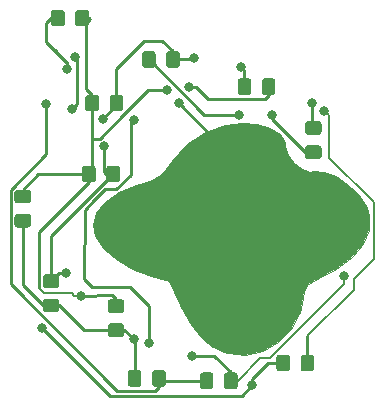
<source format=gtl>
G04 #@! TF.GenerationSoftware,KiCad,Pcbnew,(5.1.5)-3*
G04 #@! TF.CreationDate,2020-05-11T16:08:06-04:00*
G04 #@! TF.ProjectId,charlieplex,63686172-6c69-4657-906c-65782e6b6963,rev?*
G04 #@! TF.SameCoordinates,Original*
G04 #@! TF.FileFunction,Copper,L1,Top*
G04 #@! TF.FilePolarity,Positive*
%FSLAX46Y46*%
G04 Gerber Fmt 4.6, Leading zero omitted, Abs format (unit mm)*
G04 Created by KiCad (PCBNEW (5.1.5)-3) date 2020-05-11 16:08:06*
%MOMM*%
%LPD*%
G04 APERTURE LIST*
%ADD10C,0.010000*%
%ADD11C,0.100000*%
%ADD12C,0.800000*%
%ADD13C,0.250000*%
%ADD14C,0.200000*%
G04 APERTURE END LIST*
D10*
G36*
X195833939Y-105292453D02*
G01*
X196936859Y-105624078D01*
X197758643Y-106141093D01*
X198198574Y-106807645D01*
X198245263Y-107129269D01*
X198451577Y-107873670D01*
X198970738Y-108576024D01*
X199653078Y-109096348D01*
X200348927Y-109294660D01*
X200535322Y-109271096D01*
X201476037Y-109284931D01*
X202524040Y-109689236D01*
X203559533Y-110390361D01*
X204462712Y-111294656D01*
X205113778Y-112308469D01*
X205356663Y-113040026D01*
X205313682Y-114202016D01*
X204795033Y-115379356D01*
X203854102Y-116509645D01*
X202544274Y-117530482D01*
X200918936Y-118379465D01*
X200718421Y-118461580D01*
X200060793Y-118857111D01*
X199849857Y-119381404D01*
X199849474Y-119410401D01*
X199761316Y-120031789D01*
X199540182Y-120870484D01*
X199438035Y-121178911D01*
X198685818Y-122619414D01*
X197609595Y-123738479D01*
X196302581Y-124486764D01*
X194857995Y-124814926D01*
X193369053Y-124673623D01*
X193031579Y-124570038D01*
X191906663Y-124035139D01*
X190970210Y-123240293D01*
X190131787Y-122090194D01*
X189439206Y-120784250D01*
X188383341Y-118571998D01*
X186830618Y-118138783D01*
X185239028Y-117541568D01*
X183876680Y-116733179D01*
X182820834Y-115781945D01*
X182148752Y-114756192D01*
X181935790Y-113810000D01*
X182195359Y-112777331D01*
X182952129Y-111842955D01*
X184173192Y-111034961D01*
X185825640Y-110381437D01*
X186020266Y-110323663D01*
X186927257Y-110016606D01*
X187576112Y-109635879D01*
X188164602Y-109038037D01*
X188638126Y-108424938D01*
X189917650Y-106975074D01*
X191307552Y-105987731D01*
X192913921Y-105390708D01*
X193187555Y-105328791D01*
X194550598Y-105182073D01*
X195833939Y-105292453D01*
G37*
X195833939Y-105292453D02*
X196936859Y-105624078D01*
X197758643Y-106141093D01*
X198198574Y-106807645D01*
X198245263Y-107129269D01*
X198451577Y-107873670D01*
X198970738Y-108576024D01*
X199653078Y-109096348D01*
X200348927Y-109294660D01*
X200535322Y-109271096D01*
X201476037Y-109284931D01*
X202524040Y-109689236D01*
X203559533Y-110390361D01*
X204462712Y-111294656D01*
X205113778Y-112308469D01*
X205356663Y-113040026D01*
X205313682Y-114202016D01*
X204795033Y-115379356D01*
X203854102Y-116509645D01*
X202544274Y-117530482D01*
X200918936Y-118379465D01*
X200718421Y-118461580D01*
X200060793Y-118857111D01*
X199849857Y-119381404D01*
X199849474Y-119410401D01*
X199761316Y-120031789D01*
X199540182Y-120870484D01*
X199438035Y-121178911D01*
X198685818Y-122619414D01*
X197609595Y-123738479D01*
X196302581Y-124486764D01*
X194857995Y-124814926D01*
X193369053Y-124673623D01*
X193031579Y-124570038D01*
X191906663Y-124035139D01*
X190970210Y-123240293D01*
X190131787Y-122090194D01*
X189439206Y-120784250D01*
X188383341Y-118571998D01*
X186830618Y-118138783D01*
X185239028Y-117541568D01*
X183876680Y-116733179D01*
X182820834Y-115781945D01*
X182148752Y-114756192D01*
X181935790Y-113810000D01*
X182195359Y-112777331D01*
X182952129Y-111842955D01*
X184173192Y-111034961D01*
X185825640Y-110381437D01*
X186020266Y-110323663D01*
X186927257Y-110016606D01*
X187576112Y-109635879D01*
X188164602Y-109038037D01*
X188638126Y-108424938D01*
X189917650Y-106975074D01*
X191307552Y-105987731D01*
X192913921Y-105390708D01*
X193187555Y-105328791D01*
X194550598Y-105182073D01*
X195833939Y-105292453D01*
G04 #@! TA.AperFunction,SMDPad,CuDef*
D11*
G36*
X181374505Y-95601204D02*
G01*
X181398773Y-95604804D01*
X181422572Y-95610765D01*
X181445671Y-95619030D01*
X181467850Y-95629520D01*
X181488893Y-95642132D01*
X181508599Y-95656747D01*
X181526777Y-95673223D01*
X181543253Y-95691401D01*
X181557868Y-95711107D01*
X181570480Y-95732150D01*
X181580970Y-95754329D01*
X181589235Y-95777428D01*
X181595196Y-95801227D01*
X181598796Y-95825495D01*
X181600000Y-95849999D01*
X181600000Y-96750001D01*
X181598796Y-96774505D01*
X181595196Y-96798773D01*
X181589235Y-96822572D01*
X181580970Y-96845671D01*
X181570480Y-96867850D01*
X181557868Y-96888893D01*
X181543253Y-96908599D01*
X181526777Y-96926777D01*
X181508599Y-96943253D01*
X181488893Y-96957868D01*
X181467850Y-96970480D01*
X181445671Y-96980970D01*
X181422572Y-96989235D01*
X181398773Y-96995196D01*
X181374505Y-96998796D01*
X181350001Y-97000000D01*
X180699999Y-97000000D01*
X180675495Y-96998796D01*
X180651227Y-96995196D01*
X180627428Y-96989235D01*
X180604329Y-96980970D01*
X180582150Y-96970480D01*
X180561107Y-96957868D01*
X180541401Y-96943253D01*
X180523223Y-96926777D01*
X180506747Y-96908599D01*
X180492132Y-96888893D01*
X180479520Y-96867850D01*
X180469030Y-96845671D01*
X180460765Y-96822572D01*
X180454804Y-96798773D01*
X180451204Y-96774505D01*
X180450000Y-96750001D01*
X180450000Y-95849999D01*
X180451204Y-95825495D01*
X180454804Y-95801227D01*
X180460765Y-95777428D01*
X180469030Y-95754329D01*
X180479520Y-95732150D01*
X180492132Y-95711107D01*
X180506747Y-95691401D01*
X180523223Y-95673223D01*
X180541401Y-95656747D01*
X180561107Y-95642132D01*
X180582150Y-95629520D01*
X180604329Y-95619030D01*
X180627428Y-95610765D01*
X180651227Y-95604804D01*
X180675495Y-95601204D01*
X180699999Y-95600000D01*
X181350001Y-95600000D01*
X181374505Y-95601204D01*
G37*
G04 #@! TD.AperFunction*
G04 #@! TA.AperFunction,SMDPad,CuDef*
G36*
X179324505Y-95601204D02*
G01*
X179348773Y-95604804D01*
X179372572Y-95610765D01*
X179395671Y-95619030D01*
X179417850Y-95629520D01*
X179438893Y-95642132D01*
X179458599Y-95656747D01*
X179476777Y-95673223D01*
X179493253Y-95691401D01*
X179507868Y-95711107D01*
X179520480Y-95732150D01*
X179530970Y-95754329D01*
X179539235Y-95777428D01*
X179545196Y-95801227D01*
X179548796Y-95825495D01*
X179550000Y-95849999D01*
X179550000Y-96750001D01*
X179548796Y-96774505D01*
X179545196Y-96798773D01*
X179539235Y-96822572D01*
X179530970Y-96845671D01*
X179520480Y-96867850D01*
X179507868Y-96888893D01*
X179493253Y-96908599D01*
X179476777Y-96926777D01*
X179458599Y-96943253D01*
X179438893Y-96957868D01*
X179417850Y-96970480D01*
X179395671Y-96980970D01*
X179372572Y-96989235D01*
X179348773Y-96995196D01*
X179324505Y-96998796D01*
X179300001Y-97000000D01*
X178649999Y-97000000D01*
X178625495Y-96998796D01*
X178601227Y-96995196D01*
X178577428Y-96989235D01*
X178554329Y-96980970D01*
X178532150Y-96970480D01*
X178511107Y-96957868D01*
X178491401Y-96943253D01*
X178473223Y-96926777D01*
X178456747Y-96908599D01*
X178442132Y-96888893D01*
X178429520Y-96867850D01*
X178419030Y-96845671D01*
X178410765Y-96822572D01*
X178404804Y-96798773D01*
X178401204Y-96774505D01*
X178400000Y-96750001D01*
X178400000Y-95849999D01*
X178401204Y-95825495D01*
X178404804Y-95801227D01*
X178410765Y-95777428D01*
X178419030Y-95754329D01*
X178429520Y-95732150D01*
X178442132Y-95711107D01*
X178456747Y-95691401D01*
X178473223Y-95673223D01*
X178491401Y-95656747D01*
X178511107Y-95642132D01*
X178532150Y-95629520D01*
X178554329Y-95619030D01*
X178577428Y-95610765D01*
X178601227Y-95604804D01*
X178625495Y-95601204D01*
X178649999Y-95600000D01*
X179300001Y-95600000D01*
X179324505Y-95601204D01*
G37*
G04 #@! TD.AperFunction*
G04 #@! TA.AperFunction,SMDPad,CuDef*
G36*
X193974505Y-126301204D02*
G01*
X193998773Y-126304804D01*
X194022572Y-126310765D01*
X194045671Y-126319030D01*
X194067850Y-126329520D01*
X194088893Y-126342132D01*
X194108599Y-126356747D01*
X194126777Y-126373223D01*
X194143253Y-126391401D01*
X194157868Y-126411107D01*
X194170480Y-126432150D01*
X194180970Y-126454329D01*
X194189235Y-126477428D01*
X194195196Y-126501227D01*
X194198796Y-126525495D01*
X194200000Y-126549999D01*
X194200000Y-127450001D01*
X194198796Y-127474505D01*
X194195196Y-127498773D01*
X194189235Y-127522572D01*
X194180970Y-127545671D01*
X194170480Y-127567850D01*
X194157868Y-127588893D01*
X194143253Y-127608599D01*
X194126777Y-127626777D01*
X194108599Y-127643253D01*
X194088893Y-127657868D01*
X194067850Y-127670480D01*
X194045671Y-127680970D01*
X194022572Y-127689235D01*
X193998773Y-127695196D01*
X193974505Y-127698796D01*
X193950001Y-127700000D01*
X193299999Y-127700000D01*
X193275495Y-127698796D01*
X193251227Y-127695196D01*
X193227428Y-127689235D01*
X193204329Y-127680970D01*
X193182150Y-127670480D01*
X193161107Y-127657868D01*
X193141401Y-127643253D01*
X193123223Y-127626777D01*
X193106747Y-127608599D01*
X193092132Y-127588893D01*
X193079520Y-127567850D01*
X193069030Y-127545671D01*
X193060765Y-127522572D01*
X193054804Y-127498773D01*
X193051204Y-127474505D01*
X193050000Y-127450001D01*
X193050000Y-126549999D01*
X193051204Y-126525495D01*
X193054804Y-126501227D01*
X193060765Y-126477428D01*
X193069030Y-126454329D01*
X193079520Y-126432150D01*
X193092132Y-126411107D01*
X193106747Y-126391401D01*
X193123223Y-126373223D01*
X193141401Y-126356747D01*
X193161107Y-126342132D01*
X193182150Y-126329520D01*
X193204329Y-126319030D01*
X193227428Y-126310765D01*
X193251227Y-126304804D01*
X193275495Y-126301204D01*
X193299999Y-126300000D01*
X193950001Y-126300000D01*
X193974505Y-126301204D01*
G37*
G04 #@! TD.AperFunction*
G04 #@! TA.AperFunction,SMDPad,CuDef*
G36*
X191924505Y-126301204D02*
G01*
X191948773Y-126304804D01*
X191972572Y-126310765D01*
X191995671Y-126319030D01*
X192017850Y-126329520D01*
X192038893Y-126342132D01*
X192058599Y-126356747D01*
X192076777Y-126373223D01*
X192093253Y-126391401D01*
X192107868Y-126411107D01*
X192120480Y-126432150D01*
X192130970Y-126454329D01*
X192139235Y-126477428D01*
X192145196Y-126501227D01*
X192148796Y-126525495D01*
X192150000Y-126549999D01*
X192150000Y-127450001D01*
X192148796Y-127474505D01*
X192145196Y-127498773D01*
X192139235Y-127522572D01*
X192130970Y-127545671D01*
X192120480Y-127567850D01*
X192107868Y-127588893D01*
X192093253Y-127608599D01*
X192076777Y-127626777D01*
X192058599Y-127643253D01*
X192038893Y-127657868D01*
X192017850Y-127670480D01*
X191995671Y-127680970D01*
X191972572Y-127689235D01*
X191948773Y-127695196D01*
X191924505Y-127698796D01*
X191900001Y-127700000D01*
X191249999Y-127700000D01*
X191225495Y-127698796D01*
X191201227Y-127695196D01*
X191177428Y-127689235D01*
X191154329Y-127680970D01*
X191132150Y-127670480D01*
X191111107Y-127657868D01*
X191091401Y-127643253D01*
X191073223Y-127626777D01*
X191056747Y-127608599D01*
X191042132Y-127588893D01*
X191029520Y-127567850D01*
X191019030Y-127545671D01*
X191010765Y-127522572D01*
X191004804Y-127498773D01*
X191001204Y-127474505D01*
X191000000Y-127450001D01*
X191000000Y-126549999D01*
X191001204Y-126525495D01*
X191004804Y-126501227D01*
X191010765Y-126477428D01*
X191019030Y-126454329D01*
X191029520Y-126432150D01*
X191042132Y-126411107D01*
X191056747Y-126391401D01*
X191073223Y-126373223D01*
X191091401Y-126356747D01*
X191111107Y-126342132D01*
X191132150Y-126329520D01*
X191154329Y-126319030D01*
X191177428Y-126310765D01*
X191201227Y-126304804D01*
X191225495Y-126301204D01*
X191249999Y-126300000D01*
X191900001Y-126300000D01*
X191924505Y-126301204D01*
G37*
G04 #@! TD.AperFunction*
G04 #@! TA.AperFunction,SMDPad,CuDef*
G36*
X185824505Y-126101204D02*
G01*
X185848773Y-126104804D01*
X185872572Y-126110765D01*
X185895671Y-126119030D01*
X185917850Y-126129520D01*
X185938893Y-126142132D01*
X185958599Y-126156747D01*
X185976777Y-126173223D01*
X185993253Y-126191401D01*
X186007868Y-126211107D01*
X186020480Y-126232150D01*
X186030970Y-126254329D01*
X186039235Y-126277428D01*
X186045196Y-126301227D01*
X186048796Y-126325495D01*
X186050000Y-126349999D01*
X186050000Y-127250001D01*
X186048796Y-127274505D01*
X186045196Y-127298773D01*
X186039235Y-127322572D01*
X186030970Y-127345671D01*
X186020480Y-127367850D01*
X186007868Y-127388893D01*
X185993253Y-127408599D01*
X185976777Y-127426777D01*
X185958599Y-127443253D01*
X185938893Y-127457868D01*
X185917850Y-127470480D01*
X185895671Y-127480970D01*
X185872572Y-127489235D01*
X185848773Y-127495196D01*
X185824505Y-127498796D01*
X185800001Y-127500000D01*
X185149999Y-127500000D01*
X185125495Y-127498796D01*
X185101227Y-127495196D01*
X185077428Y-127489235D01*
X185054329Y-127480970D01*
X185032150Y-127470480D01*
X185011107Y-127457868D01*
X184991401Y-127443253D01*
X184973223Y-127426777D01*
X184956747Y-127408599D01*
X184942132Y-127388893D01*
X184929520Y-127367850D01*
X184919030Y-127345671D01*
X184910765Y-127322572D01*
X184904804Y-127298773D01*
X184901204Y-127274505D01*
X184900000Y-127250001D01*
X184900000Y-126349999D01*
X184901204Y-126325495D01*
X184904804Y-126301227D01*
X184910765Y-126277428D01*
X184919030Y-126254329D01*
X184929520Y-126232150D01*
X184942132Y-126211107D01*
X184956747Y-126191401D01*
X184973223Y-126173223D01*
X184991401Y-126156747D01*
X185011107Y-126142132D01*
X185032150Y-126129520D01*
X185054329Y-126119030D01*
X185077428Y-126110765D01*
X185101227Y-126104804D01*
X185125495Y-126101204D01*
X185149999Y-126100000D01*
X185800001Y-126100000D01*
X185824505Y-126101204D01*
G37*
G04 #@! TD.AperFunction*
G04 #@! TA.AperFunction,SMDPad,CuDef*
G36*
X187874505Y-126101204D02*
G01*
X187898773Y-126104804D01*
X187922572Y-126110765D01*
X187945671Y-126119030D01*
X187967850Y-126129520D01*
X187988893Y-126142132D01*
X188008599Y-126156747D01*
X188026777Y-126173223D01*
X188043253Y-126191401D01*
X188057868Y-126211107D01*
X188070480Y-126232150D01*
X188080970Y-126254329D01*
X188089235Y-126277428D01*
X188095196Y-126301227D01*
X188098796Y-126325495D01*
X188100000Y-126349999D01*
X188100000Y-127250001D01*
X188098796Y-127274505D01*
X188095196Y-127298773D01*
X188089235Y-127322572D01*
X188080970Y-127345671D01*
X188070480Y-127367850D01*
X188057868Y-127388893D01*
X188043253Y-127408599D01*
X188026777Y-127426777D01*
X188008599Y-127443253D01*
X187988893Y-127457868D01*
X187967850Y-127470480D01*
X187945671Y-127480970D01*
X187922572Y-127489235D01*
X187898773Y-127495196D01*
X187874505Y-127498796D01*
X187850001Y-127500000D01*
X187199999Y-127500000D01*
X187175495Y-127498796D01*
X187151227Y-127495196D01*
X187127428Y-127489235D01*
X187104329Y-127480970D01*
X187082150Y-127470480D01*
X187061107Y-127457868D01*
X187041401Y-127443253D01*
X187023223Y-127426777D01*
X187006747Y-127408599D01*
X186992132Y-127388893D01*
X186979520Y-127367850D01*
X186969030Y-127345671D01*
X186960765Y-127322572D01*
X186954804Y-127298773D01*
X186951204Y-127274505D01*
X186950000Y-127250001D01*
X186950000Y-126349999D01*
X186951204Y-126325495D01*
X186954804Y-126301227D01*
X186960765Y-126277428D01*
X186969030Y-126254329D01*
X186979520Y-126232150D01*
X186992132Y-126211107D01*
X187006747Y-126191401D01*
X187023223Y-126173223D01*
X187041401Y-126156747D01*
X187061107Y-126142132D01*
X187082150Y-126129520D01*
X187104329Y-126119030D01*
X187127428Y-126110765D01*
X187151227Y-126104804D01*
X187175495Y-126101204D01*
X187199999Y-126100000D01*
X187850001Y-126100000D01*
X187874505Y-126101204D01*
G37*
G04 #@! TD.AperFunction*
G04 #@! TA.AperFunction,SMDPad,CuDef*
G36*
X184374505Y-120101204D02*
G01*
X184398773Y-120104804D01*
X184422572Y-120110765D01*
X184445671Y-120119030D01*
X184467850Y-120129520D01*
X184488893Y-120142132D01*
X184508599Y-120156747D01*
X184526777Y-120173223D01*
X184543253Y-120191401D01*
X184557868Y-120211107D01*
X184570480Y-120232150D01*
X184580970Y-120254329D01*
X184589235Y-120277428D01*
X184595196Y-120301227D01*
X184598796Y-120325495D01*
X184600000Y-120349999D01*
X184600000Y-121000001D01*
X184598796Y-121024505D01*
X184595196Y-121048773D01*
X184589235Y-121072572D01*
X184580970Y-121095671D01*
X184570480Y-121117850D01*
X184557868Y-121138893D01*
X184543253Y-121158599D01*
X184526777Y-121176777D01*
X184508599Y-121193253D01*
X184488893Y-121207868D01*
X184467850Y-121220480D01*
X184445671Y-121230970D01*
X184422572Y-121239235D01*
X184398773Y-121245196D01*
X184374505Y-121248796D01*
X184350001Y-121250000D01*
X183449999Y-121250000D01*
X183425495Y-121248796D01*
X183401227Y-121245196D01*
X183377428Y-121239235D01*
X183354329Y-121230970D01*
X183332150Y-121220480D01*
X183311107Y-121207868D01*
X183291401Y-121193253D01*
X183273223Y-121176777D01*
X183256747Y-121158599D01*
X183242132Y-121138893D01*
X183229520Y-121117850D01*
X183219030Y-121095671D01*
X183210765Y-121072572D01*
X183204804Y-121048773D01*
X183201204Y-121024505D01*
X183200000Y-121000001D01*
X183200000Y-120349999D01*
X183201204Y-120325495D01*
X183204804Y-120301227D01*
X183210765Y-120277428D01*
X183219030Y-120254329D01*
X183229520Y-120232150D01*
X183242132Y-120211107D01*
X183256747Y-120191401D01*
X183273223Y-120173223D01*
X183291401Y-120156747D01*
X183311107Y-120142132D01*
X183332150Y-120129520D01*
X183354329Y-120119030D01*
X183377428Y-120110765D01*
X183401227Y-120104804D01*
X183425495Y-120101204D01*
X183449999Y-120100000D01*
X184350001Y-120100000D01*
X184374505Y-120101204D01*
G37*
G04 #@! TD.AperFunction*
G04 #@! TA.AperFunction,SMDPad,CuDef*
G36*
X184374505Y-122151204D02*
G01*
X184398773Y-122154804D01*
X184422572Y-122160765D01*
X184445671Y-122169030D01*
X184467850Y-122179520D01*
X184488893Y-122192132D01*
X184508599Y-122206747D01*
X184526777Y-122223223D01*
X184543253Y-122241401D01*
X184557868Y-122261107D01*
X184570480Y-122282150D01*
X184580970Y-122304329D01*
X184589235Y-122327428D01*
X184595196Y-122351227D01*
X184598796Y-122375495D01*
X184600000Y-122399999D01*
X184600000Y-123050001D01*
X184598796Y-123074505D01*
X184595196Y-123098773D01*
X184589235Y-123122572D01*
X184580970Y-123145671D01*
X184570480Y-123167850D01*
X184557868Y-123188893D01*
X184543253Y-123208599D01*
X184526777Y-123226777D01*
X184508599Y-123243253D01*
X184488893Y-123257868D01*
X184467850Y-123270480D01*
X184445671Y-123280970D01*
X184422572Y-123289235D01*
X184398773Y-123295196D01*
X184374505Y-123298796D01*
X184350001Y-123300000D01*
X183449999Y-123300000D01*
X183425495Y-123298796D01*
X183401227Y-123295196D01*
X183377428Y-123289235D01*
X183354329Y-123280970D01*
X183332150Y-123270480D01*
X183311107Y-123257868D01*
X183291401Y-123243253D01*
X183273223Y-123226777D01*
X183256747Y-123208599D01*
X183242132Y-123188893D01*
X183229520Y-123167850D01*
X183219030Y-123145671D01*
X183210765Y-123122572D01*
X183204804Y-123098773D01*
X183201204Y-123074505D01*
X183200000Y-123050001D01*
X183200000Y-122399999D01*
X183201204Y-122375495D01*
X183204804Y-122351227D01*
X183210765Y-122327428D01*
X183219030Y-122304329D01*
X183229520Y-122282150D01*
X183242132Y-122261107D01*
X183256747Y-122241401D01*
X183273223Y-122223223D01*
X183291401Y-122206747D01*
X183311107Y-122192132D01*
X183332150Y-122179520D01*
X183354329Y-122169030D01*
X183377428Y-122160765D01*
X183401227Y-122154804D01*
X183425495Y-122151204D01*
X183449999Y-122150000D01*
X184350001Y-122150000D01*
X184374505Y-122151204D01*
G37*
G04 #@! TD.AperFunction*
G04 #@! TA.AperFunction,SMDPad,CuDef*
G36*
X178874505Y-118001204D02*
G01*
X178898773Y-118004804D01*
X178922572Y-118010765D01*
X178945671Y-118019030D01*
X178967850Y-118029520D01*
X178988893Y-118042132D01*
X179008599Y-118056747D01*
X179026777Y-118073223D01*
X179043253Y-118091401D01*
X179057868Y-118111107D01*
X179070480Y-118132150D01*
X179080970Y-118154329D01*
X179089235Y-118177428D01*
X179095196Y-118201227D01*
X179098796Y-118225495D01*
X179100000Y-118249999D01*
X179100000Y-118900001D01*
X179098796Y-118924505D01*
X179095196Y-118948773D01*
X179089235Y-118972572D01*
X179080970Y-118995671D01*
X179070480Y-119017850D01*
X179057868Y-119038893D01*
X179043253Y-119058599D01*
X179026777Y-119076777D01*
X179008599Y-119093253D01*
X178988893Y-119107868D01*
X178967850Y-119120480D01*
X178945671Y-119130970D01*
X178922572Y-119139235D01*
X178898773Y-119145196D01*
X178874505Y-119148796D01*
X178850001Y-119150000D01*
X177949999Y-119150000D01*
X177925495Y-119148796D01*
X177901227Y-119145196D01*
X177877428Y-119139235D01*
X177854329Y-119130970D01*
X177832150Y-119120480D01*
X177811107Y-119107868D01*
X177791401Y-119093253D01*
X177773223Y-119076777D01*
X177756747Y-119058599D01*
X177742132Y-119038893D01*
X177729520Y-119017850D01*
X177719030Y-118995671D01*
X177710765Y-118972572D01*
X177704804Y-118948773D01*
X177701204Y-118924505D01*
X177700000Y-118900001D01*
X177700000Y-118249999D01*
X177701204Y-118225495D01*
X177704804Y-118201227D01*
X177710765Y-118177428D01*
X177719030Y-118154329D01*
X177729520Y-118132150D01*
X177742132Y-118111107D01*
X177756747Y-118091401D01*
X177773223Y-118073223D01*
X177791401Y-118056747D01*
X177811107Y-118042132D01*
X177832150Y-118029520D01*
X177854329Y-118019030D01*
X177877428Y-118010765D01*
X177901227Y-118004804D01*
X177925495Y-118001204D01*
X177949999Y-118000000D01*
X178850001Y-118000000D01*
X178874505Y-118001204D01*
G37*
G04 #@! TD.AperFunction*
G04 #@! TA.AperFunction,SMDPad,CuDef*
G36*
X178874505Y-120051204D02*
G01*
X178898773Y-120054804D01*
X178922572Y-120060765D01*
X178945671Y-120069030D01*
X178967850Y-120079520D01*
X178988893Y-120092132D01*
X179008599Y-120106747D01*
X179026777Y-120123223D01*
X179043253Y-120141401D01*
X179057868Y-120161107D01*
X179070480Y-120182150D01*
X179080970Y-120204329D01*
X179089235Y-120227428D01*
X179095196Y-120251227D01*
X179098796Y-120275495D01*
X179100000Y-120299999D01*
X179100000Y-120950001D01*
X179098796Y-120974505D01*
X179095196Y-120998773D01*
X179089235Y-121022572D01*
X179080970Y-121045671D01*
X179070480Y-121067850D01*
X179057868Y-121088893D01*
X179043253Y-121108599D01*
X179026777Y-121126777D01*
X179008599Y-121143253D01*
X178988893Y-121157868D01*
X178967850Y-121170480D01*
X178945671Y-121180970D01*
X178922572Y-121189235D01*
X178898773Y-121195196D01*
X178874505Y-121198796D01*
X178850001Y-121200000D01*
X177949999Y-121200000D01*
X177925495Y-121198796D01*
X177901227Y-121195196D01*
X177877428Y-121189235D01*
X177854329Y-121180970D01*
X177832150Y-121170480D01*
X177811107Y-121157868D01*
X177791401Y-121143253D01*
X177773223Y-121126777D01*
X177756747Y-121108599D01*
X177742132Y-121088893D01*
X177729520Y-121067850D01*
X177719030Y-121045671D01*
X177710765Y-121022572D01*
X177704804Y-120998773D01*
X177701204Y-120974505D01*
X177700000Y-120950001D01*
X177700000Y-120299999D01*
X177701204Y-120275495D01*
X177704804Y-120251227D01*
X177710765Y-120227428D01*
X177719030Y-120204329D01*
X177729520Y-120182150D01*
X177742132Y-120161107D01*
X177756747Y-120141401D01*
X177773223Y-120123223D01*
X177791401Y-120106747D01*
X177811107Y-120092132D01*
X177832150Y-120079520D01*
X177854329Y-120069030D01*
X177877428Y-120060765D01*
X177901227Y-120054804D01*
X177925495Y-120051204D01*
X177949999Y-120050000D01*
X178850001Y-120050000D01*
X178874505Y-120051204D01*
G37*
G04 #@! TD.AperFunction*
G04 #@! TA.AperFunction,SMDPad,CuDef*
G36*
X176474505Y-110826204D02*
G01*
X176498773Y-110829804D01*
X176522572Y-110835765D01*
X176545671Y-110844030D01*
X176567850Y-110854520D01*
X176588893Y-110867132D01*
X176608599Y-110881747D01*
X176626777Y-110898223D01*
X176643253Y-110916401D01*
X176657868Y-110936107D01*
X176670480Y-110957150D01*
X176680970Y-110979329D01*
X176689235Y-111002428D01*
X176695196Y-111026227D01*
X176698796Y-111050495D01*
X176700000Y-111074999D01*
X176700000Y-111725001D01*
X176698796Y-111749505D01*
X176695196Y-111773773D01*
X176689235Y-111797572D01*
X176680970Y-111820671D01*
X176670480Y-111842850D01*
X176657868Y-111863893D01*
X176643253Y-111883599D01*
X176626777Y-111901777D01*
X176608599Y-111918253D01*
X176588893Y-111932868D01*
X176567850Y-111945480D01*
X176545671Y-111955970D01*
X176522572Y-111964235D01*
X176498773Y-111970196D01*
X176474505Y-111973796D01*
X176450001Y-111975000D01*
X175549999Y-111975000D01*
X175525495Y-111973796D01*
X175501227Y-111970196D01*
X175477428Y-111964235D01*
X175454329Y-111955970D01*
X175432150Y-111945480D01*
X175411107Y-111932868D01*
X175391401Y-111918253D01*
X175373223Y-111901777D01*
X175356747Y-111883599D01*
X175342132Y-111863893D01*
X175329520Y-111842850D01*
X175319030Y-111820671D01*
X175310765Y-111797572D01*
X175304804Y-111773773D01*
X175301204Y-111749505D01*
X175300000Y-111725001D01*
X175300000Y-111074999D01*
X175301204Y-111050495D01*
X175304804Y-111026227D01*
X175310765Y-111002428D01*
X175319030Y-110979329D01*
X175329520Y-110957150D01*
X175342132Y-110936107D01*
X175356747Y-110916401D01*
X175373223Y-110898223D01*
X175391401Y-110881747D01*
X175411107Y-110867132D01*
X175432150Y-110854520D01*
X175454329Y-110844030D01*
X175477428Y-110835765D01*
X175501227Y-110829804D01*
X175525495Y-110826204D01*
X175549999Y-110825000D01*
X176450001Y-110825000D01*
X176474505Y-110826204D01*
G37*
G04 #@! TD.AperFunction*
G04 #@! TA.AperFunction,SMDPad,CuDef*
G36*
X176474505Y-112876204D02*
G01*
X176498773Y-112879804D01*
X176522572Y-112885765D01*
X176545671Y-112894030D01*
X176567850Y-112904520D01*
X176588893Y-112917132D01*
X176608599Y-112931747D01*
X176626777Y-112948223D01*
X176643253Y-112966401D01*
X176657868Y-112986107D01*
X176670480Y-113007150D01*
X176680970Y-113029329D01*
X176689235Y-113052428D01*
X176695196Y-113076227D01*
X176698796Y-113100495D01*
X176700000Y-113124999D01*
X176700000Y-113775001D01*
X176698796Y-113799505D01*
X176695196Y-113823773D01*
X176689235Y-113847572D01*
X176680970Y-113870671D01*
X176670480Y-113892850D01*
X176657868Y-113913893D01*
X176643253Y-113933599D01*
X176626777Y-113951777D01*
X176608599Y-113968253D01*
X176588893Y-113982868D01*
X176567850Y-113995480D01*
X176545671Y-114005970D01*
X176522572Y-114014235D01*
X176498773Y-114020196D01*
X176474505Y-114023796D01*
X176450001Y-114025000D01*
X175549999Y-114025000D01*
X175525495Y-114023796D01*
X175501227Y-114020196D01*
X175477428Y-114014235D01*
X175454329Y-114005970D01*
X175432150Y-113995480D01*
X175411107Y-113982868D01*
X175391401Y-113968253D01*
X175373223Y-113951777D01*
X175356747Y-113933599D01*
X175342132Y-113913893D01*
X175329520Y-113892850D01*
X175319030Y-113870671D01*
X175310765Y-113847572D01*
X175304804Y-113823773D01*
X175301204Y-113799505D01*
X175300000Y-113775001D01*
X175300000Y-113124999D01*
X175301204Y-113100495D01*
X175304804Y-113076227D01*
X175310765Y-113052428D01*
X175319030Y-113029329D01*
X175329520Y-113007150D01*
X175342132Y-112986107D01*
X175356747Y-112966401D01*
X175373223Y-112948223D01*
X175391401Y-112931747D01*
X175411107Y-112917132D01*
X175432150Y-112904520D01*
X175454329Y-112894030D01*
X175477428Y-112885765D01*
X175501227Y-112879804D01*
X175525495Y-112876204D01*
X175549999Y-112875000D01*
X176450001Y-112875000D01*
X176474505Y-112876204D01*
G37*
G04 #@! TD.AperFunction*
G04 #@! TA.AperFunction,SMDPad,CuDef*
G36*
X183999505Y-108801204D02*
G01*
X184023773Y-108804804D01*
X184047572Y-108810765D01*
X184070671Y-108819030D01*
X184092850Y-108829520D01*
X184113893Y-108842132D01*
X184133599Y-108856747D01*
X184151777Y-108873223D01*
X184168253Y-108891401D01*
X184182868Y-108911107D01*
X184195480Y-108932150D01*
X184205970Y-108954329D01*
X184214235Y-108977428D01*
X184220196Y-109001227D01*
X184223796Y-109025495D01*
X184225000Y-109049999D01*
X184225000Y-109950001D01*
X184223796Y-109974505D01*
X184220196Y-109998773D01*
X184214235Y-110022572D01*
X184205970Y-110045671D01*
X184195480Y-110067850D01*
X184182868Y-110088893D01*
X184168253Y-110108599D01*
X184151777Y-110126777D01*
X184133599Y-110143253D01*
X184113893Y-110157868D01*
X184092850Y-110170480D01*
X184070671Y-110180970D01*
X184047572Y-110189235D01*
X184023773Y-110195196D01*
X183999505Y-110198796D01*
X183975001Y-110200000D01*
X183324999Y-110200000D01*
X183300495Y-110198796D01*
X183276227Y-110195196D01*
X183252428Y-110189235D01*
X183229329Y-110180970D01*
X183207150Y-110170480D01*
X183186107Y-110157868D01*
X183166401Y-110143253D01*
X183148223Y-110126777D01*
X183131747Y-110108599D01*
X183117132Y-110088893D01*
X183104520Y-110067850D01*
X183094030Y-110045671D01*
X183085765Y-110022572D01*
X183079804Y-109998773D01*
X183076204Y-109974505D01*
X183075000Y-109950001D01*
X183075000Y-109049999D01*
X183076204Y-109025495D01*
X183079804Y-109001227D01*
X183085765Y-108977428D01*
X183094030Y-108954329D01*
X183104520Y-108932150D01*
X183117132Y-108911107D01*
X183131747Y-108891401D01*
X183148223Y-108873223D01*
X183166401Y-108856747D01*
X183186107Y-108842132D01*
X183207150Y-108829520D01*
X183229329Y-108819030D01*
X183252428Y-108810765D01*
X183276227Y-108804804D01*
X183300495Y-108801204D01*
X183324999Y-108800000D01*
X183975001Y-108800000D01*
X183999505Y-108801204D01*
G37*
G04 #@! TD.AperFunction*
G04 #@! TA.AperFunction,SMDPad,CuDef*
G36*
X181949505Y-108801204D02*
G01*
X181973773Y-108804804D01*
X181997572Y-108810765D01*
X182020671Y-108819030D01*
X182042850Y-108829520D01*
X182063893Y-108842132D01*
X182083599Y-108856747D01*
X182101777Y-108873223D01*
X182118253Y-108891401D01*
X182132868Y-108911107D01*
X182145480Y-108932150D01*
X182155970Y-108954329D01*
X182164235Y-108977428D01*
X182170196Y-109001227D01*
X182173796Y-109025495D01*
X182175000Y-109049999D01*
X182175000Y-109950001D01*
X182173796Y-109974505D01*
X182170196Y-109998773D01*
X182164235Y-110022572D01*
X182155970Y-110045671D01*
X182145480Y-110067850D01*
X182132868Y-110088893D01*
X182118253Y-110108599D01*
X182101777Y-110126777D01*
X182083599Y-110143253D01*
X182063893Y-110157868D01*
X182042850Y-110170480D01*
X182020671Y-110180970D01*
X181997572Y-110189235D01*
X181973773Y-110195196D01*
X181949505Y-110198796D01*
X181925001Y-110200000D01*
X181274999Y-110200000D01*
X181250495Y-110198796D01*
X181226227Y-110195196D01*
X181202428Y-110189235D01*
X181179329Y-110180970D01*
X181157150Y-110170480D01*
X181136107Y-110157868D01*
X181116401Y-110143253D01*
X181098223Y-110126777D01*
X181081747Y-110108599D01*
X181067132Y-110088893D01*
X181054520Y-110067850D01*
X181044030Y-110045671D01*
X181035765Y-110022572D01*
X181029804Y-109998773D01*
X181026204Y-109974505D01*
X181025000Y-109950001D01*
X181025000Y-109049999D01*
X181026204Y-109025495D01*
X181029804Y-109001227D01*
X181035765Y-108977428D01*
X181044030Y-108954329D01*
X181054520Y-108932150D01*
X181067132Y-108911107D01*
X181081747Y-108891401D01*
X181098223Y-108873223D01*
X181116401Y-108856747D01*
X181136107Y-108842132D01*
X181157150Y-108829520D01*
X181179329Y-108819030D01*
X181202428Y-108810765D01*
X181226227Y-108804804D01*
X181250495Y-108801204D01*
X181274999Y-108800000D01*
X181925001Y-108800000D01*
X181949505Y-108801204D01*
G37*
G04 #@! TD.AperFunction*
G04 #@! TA.AperFunction,SMDPad,CuDef*
G36*
X184274505Y-102801204D02*
G01*
X184298773Y-102804804D01*
X184322572Y-102810765D01*
X184345671Y-102819030D01*
X184367850Y-102829520D01*
X184388893Y-102842132D01*
X184408599Y-102856747D01*
X184426777Y-102873223D01*
X184443253Y-102891401D01*
X184457868Y-102911107D01*
X184470480Y-102932150D01*
X184480970Y-102954329D01*
X184489235Y-102977428D01*
X184495196Y-103001227D01*
X184498796Y-103025495D01*
X184500000Y-103049999D01*
X184500000Y-103950001D01*
X184498796Y-103974505D01*
X184495196Y-103998773D01*
X184489235Y-104022572D01*
X184480970Y-104045671D01*
X184470480Y-104067850D01*
X184457868Y-104088893D01*
X184443253Y-104108599D01*
X184426777Y-104126777D01*
X184408599Y-104143253D01*
X184388893Y-104157868D01*
X184367850Y-104170480D01*
X184345671Y-104180970D01*
X184322572Y-104189235D01*
X184298773Y-104195196D01*
X184274505Y-104198796D01*
X184250001Y-104200000D01*
X183599999Y-104200000D01*
X183575495Y-104198796D01*
X183551227Y-104195196D01*
X183527428Y-104189235D01*
X183504329Y-104180970D01*
X183482150Y-104170480D01*
X183461107Y-104157868D01*
X183441401Y-104143253D01*
X183423223Y-104126777D01*
X183406747Y-104108599D01*
X183392132Y-104088893D01*
X183379520Y-104067850D01*
X183369030Y-104045671D01*
X183360765Y-104022572D01*
X183354804Y-103998773D01*
X183351204Y-103974505D01*
X183350000Y-103950001D01*
X183350000Y-103049999D01*
X183351204Y-103025495D01*
X183354804Y-103001227D01*
X183360765Y-102977428D01*
X183369030Y-102954329D01*
X183379520Y-102932150D01*
X183392132Y-102911107D01*
X183406747Y-102891401D01*
X183423223Y-102873223D01*
X183441401Y-102856747D01*
X183461107Y-102842132D01*
X183482150Y-102829520D01*
X183504329Y-102819030D01*
X183527428Y-102810765D01*
X183551227Y-102804804D01*
X183575495Y-102801204D01*
X183599999Y-102800000D01*
X184250001Y-102800000D01*
X184274505Y-102801204D01*
G37*
G04 #@! TD.AperFunction*
G04 #@! TA.AperFunction,SMDPad,CuDef*
G36*
X182224505Y-102801204D02*
G01*
X182248773Y-102804804D01*
X182272572Y-102810765D01*
X182295671Y-102819030D01*
X182317850Y-102829520D01*
X182338893Y-102842132D01*
X182358599Y-102856747D01*
X182376777Y-102873223D01*
X182393253Y-102891401D01*
X182407868Y-102911107D01*
X182420480Y-102932150D01*
X182430970Y-102954329D01*
X182439235Y-102977428D01*
X182445196Y-103001227D01*
X182448796Y-103025495D01*
X182450000Y-103049999D01*
X182450000Y-103950001D01*
X182448796Y-103974505D01*
X182445196Y-103998773D01*
X182439235Y-104022572D01*
X182430970Y-104045671D01*
X182420480Y-104067850D01*
X182407868Y-104088893D01*
X182393253Y-104108599D01*
X182376777Y-104126777D01*
X182358599Y-104143253D01*
X182338893Y-104157868D01*
X182317850Y-104170480D01*
X182295671Y-104180970D01*
X182272572Y-104189235D01*
X182248773Y-104195196D01*
X182224505Y-104198796D01*
X182200001Y-104200000D01*
X181549999Y-104200000D01*
X181525495Y-104198796D01*
X181501227Y-104195196D01*
X181477428Y-104189235D01*
X181454329Y-104180970D01*
X181432150Y-104170480D01*
X181411107Y-104157868D01*
X181391401Y-104143253D01*
X181373223Y-104126777D01*
X181356747Y-104108599D01*
X181342132Y-104088893D01*
X181329520Y-104067850D01*
X181319030Y-104045671D01*
X181310765Y-104022572D01*
X181304804Y-103998773D01*
X181301204Y-103974505D01*
X181300000Y-103950001D01*
X181300000Y-103049999D01*
X181301204Y-103025495D01*
X181304804Y-103001227D01*
X181310765Y-102977428D01*
X181319030Y-102954329D01*
X181329520Y-102932150D01*
X181342132Y-102911107D01*
X181356747Y-102891401D01*
X181373223Y-102873223D01*
X181391401Y-102856747D01*
X181411107Y-102842132D01*
X181432150Y-102829520D01*
X181454329Y-102819030D01*
X181477428Y-102810765D01*
X181501227Y-102804804D01*
X181525495Y-102801204D01*
X181549999Y-102800000D01*
X182200001Y-102800000D01*
X182224505Y-102801204D01*
G37*
G04 #@! TD.AperFunction*
G04 #@! TA.AperFunction,SMDPad,CuDef*
G36*
X201074505Y-107076204D02*
G01*
X201098773Y-107079804D01*
X201122572Y-107085765D01*
X201145671Y-107094030D01*
X201167850Y-107104520D01*
X201188893Y-107117132D01*
X201208599Y-107131747D01*
X201226777Y-107148223D01*
X201243253Y-107166401D01*
X201257868Y-107186107D01*
X201270480Y-107207150D01*
X201280970Y-107229329D01*
X201289235Y-107252428D01*
X201295196Y-107276227D01*
X201298796Y-107300495D01*
X201300000Y-107324999D01*
X201300000Y-107975001D01*
X201298796Y-107999505D01*
X201295196Y-108023773D01*
X201289235Y-108047572D01*
X201280970Y-108070671D01*
X201270480Y-108092850D01*
X201257868Y-108113893D01*
X201243253Y-108133599D01*
X201226777Y-108151777D01*
X201208599Y-108168253D01*
X201188893Y-108182868D01*
X201167850Y-108195480D01*
X201145671Y-108205970D01*
X201122572Y-108214235D01*
X201098773Y-108220196D01*
X201074505Y-108223796D01*
X201050001Y-108225000D01*
X200149999Y-108225000D01*
X200125495Y-108223796D01*
X200101227Y-108220196D01*
X200077428Y-108214235D01*
X200054329Y-108205970D01*
X200032150Y-108195480D01*
X200011107Y-108182868D01*
X199991401Y-108168253D01*
X199973223Y-108151777D01*
X199956747Y-108133599D01*
X199942132Y-108113893D01*
X199929520Y-108092850D01*
X199919030Y-108070671D01*
X199910765Y-108047572D01*
X199904804Y-108023773D01*
X199901204Y-107999505D01*
X199900000Y-107975001D01*
X199900000Y-107324999D01*
X199901204Y-107300495D01*
X199904804Y-107276227D01*
X199910765Y-107252428D01*
X199919030Y-107229329D01*
X199929520Y-107207150D01*
X199942132Y-107186107D01*
X199956747Y-107166401D01*
X199973223Y-107148223D01*
X199991401Y-107131747D01*
X200011107Y-107117132D01*
X200032150Y-107104520D01*
X200054329Y-107094030D01*
X200077428Y-107085765D01*
X200101227Y-107079804D01*
X200125495Y-107076204D01*
X200149999Y-107075000D01*
X201050001Y-107075000D01*
X201074505Y-107076204D01*
G37*
G04 #@! TD.AperFunction*
G04 #@! TA.AperFunction,SMDPad,CuDef*
G36*
X201074505Y-105026204D02*
G01*
X201098773Y-105029804D01*
X201122572Y-105035765D01*
X201145671Y-105044030D01*
X201167850Y-105054520D01*
X201188893Y-105067132D01*
X201208599Y-105081747D01*
X201226777Y-105098223D01*
X201243253Y-105116401D01*
X201257868Y-105136107D01*
X201270480Y-105157150D01*
X201280970Y-105179329D01*
X201289235Y-105202428D01*
X201295196Y-105226227D01*
X201298796Y-105250495D01*
X201300000Y-105274999D01*
X201300000Y-105925001D01*
X201298796Y-105949505D01*
X201295196Y-105973773D01*
X201289235Y-105997572D01*
X201280970Y-106020671D01*
X201270480Y-106042850D01*
X201257868Y-106063893D01*
X201243253Y-106083599D01*
X201226777Y-106101777D01*
X201208599Y-106118253D01*
X201188893Y-106132868D01*
X201167850Y-106145480D01*
X201145671Y-106155970D01*
X201122572Y-106164235D01*
X201098773Y-106170196D01*
X201074505Y-106173796D01*
X201050001Y-106175000D01*
X200149999Y-106175000D01*
X200125495Y-106173796D01*
X200101227Y-106170196D01*
X200077428Y-106164235D01*
X200054329Y-106155970D01*
X200032150Y-106145480D01*
X200011107Y-106132868D01*
X199991401Y-106118253D01*
X199973223Y-106101777D01*
X199956747Y-106083599D01*
X199942132Y-106063893D01*
X199929520Y-106042850D01*
X199919030Y-106020671D01*
X199910765Y-105997572D01*
X199904804Y-105973773D01*
X199901204Y-105949505D01*
X199900000Y-105925001D01*
X199900000Y-105274999D01*
X199901204Y-105250495D01*
X199904804Y-105226227D01*
X199910765Y-105202428D01*
X199919030Y-105179329D01*
X199929520Y-105157150D01*
X199942132Y-105136107D01*
X199956747Y-105116401D01*
X199973223Y-105098223D01*
X199991401Y-105081747D01*
X200011107Y-105067132D01*
X200032150Y-105054520D01*
X200054329Y-105044030D01*
X200077428Y-105035765D01*
X200101227Y-105029804D01*
X200125495Y-105026204D01*
X200149999Y-105025000D01*
X201050001Y-105025000D01*
X201074505Y-105026204D01*
G37*
G04 #@! TD.AperFunction*
G04 #@! TA.AperFunction,SMDPad,CuDef*
G36*
X197174505Y-101401204D02*
G01*
X197198773Y-101404804D01*
X197222572Y-101410765D01*
X197245671Y-101419030D01*
X197267850Y-101429520D01*
X197288893Y-101442132D01*
X197308599Y-101456747D01*
X197326777Y-101473223D01*
X197343253Y-101491401D01*
X197357868Y-101511107D01*
X197370480Y-101532150D01*
X197380970Y-101554329D01*
X197389235Y-101577428D01*
X197395196Y-101601227D01*
X197398796Y-101625495D01*
X197400000Y-101649999D01*
X197400000Y-102550001D01*
X197398796Y-102574505D01*
X197395196Y-102598773D01*
X197389235Y-102622572D01*
X197380970Y-102645671D01*
X197370480Y-102667850D01*
X197357868Y-102688893D01*
X197343253Y-102708599D01*
X197326777Y-102726777D01*
X197308599Y-102743253D01*
X197288893Y-102757868D01*
X197267850Y-102770480D01*
X197245671Y-102780970D01*
X197222572Y-102789235D01*
X197198773Y-102795196D01*
X197174505Y-102798796D01*
X197150001Y-102800000D01*
X196499999Y-102800000D01*
X196475495Y-102798796D01*
X196451227Y-102795196D01*
X196427428Y-102789235D01*
X196404329Y-102780970D01*
X196382150Y-102770480D01*
X196361107Y-102757868D01*
X196341401Y-102743253D01*
X196323223Y-102726777D01*
X196306747Y-102708599D01*
X196292132Y-102688893D01*
X196279520Y-102667850D01*
X196269030Y-102645671D01*
X196260765Y-102622572D01*
X196254804Y-102598773D01*
X196251204Y-102574505D01*
X196250000Y-102550001D01*
X196250000Y-101649999D01*
X196251204Y-101625495D01*
X196254804Y-101601227D01*
X196260765Y-101577428D01*
X196269030Y-101554329D01*
X196279520Y-101532150D01*
X196292132Y-101511107D01*
X196306747Y-101491401D01*
X196323223Y-101473223D01*
X196341401Y-101456747D01*
X196361107Y-101442132D01*
X196382150Y-101429520D01*
X196404329Y-101419030D01*
X196427428Y-101410765D01*
X196451227Y-101404804D01*
X196475495Y-101401204D01*
X196499999Y-101400000D01*
X197150001Y-101400000D01*
X197174505Y-101401204D01*
G37*
G04 #@! TD.AperFunction*
G04 #@! TA.AperFunction,SMDPad,CuDef*
G36*
X195124505Y-101401204D02*
G01*
X195148773Y-101404804D01*
X195172572Y-101410765D01*
X195195671Y-101419030D01*
X195217850Y-101429520D01*
X195238893Y-101442132D01*
X195258599Y-101456747D01*
X195276777Y-101473223D01*
X195293253Y-101491401D01*
X195307868Y-101511107D01*
X195320480Y-101532150D01*
X195330970Y-101554329D01*
X195339235Y-101577428D01*
X195345196Y-101601227D01*
X195348796Y-101625495D01*
X195350000Y-101649999D01*
X195350000Y-102550001D01*
X195348796Y-102574505D01*
X195345196Y-102598773D01*
X195339235Y-102622572D01*
X195330970Y-102645671D01*
X195320480Y-102667850D01*
X195307868Y-102688893D01*
X195293253Y-102708599D01*
X195276777Y-102726777D01*
X195258599Y-102743253D01*
X195238893Y-102757868D01*
X195217850Y-102770480D01*
X195195671Y-102780970D01*
X195172572Y-102789235D01*
X195148773Y-102795196D01*
X195124505Y-102798796D01*
X195100001Y-102800000D01*
X194449999Y-102800000D01*
X194425495Y-102798796D01*
X194401227Y-102795196D01*
X194377428Y-102789235D01*
X194354329Y-102780970D01*
X194332150Y-102770480D01*
X194311107Y-102757868D01*
X194291401Y-102743253D01*
X194273223Y-102726777D01*
X194256747Y-102708599D01*
X194242132Y-102688893D01*
X194229520Y-102667850D01*
X194219030Y-102645671D01*
X194210765Y-102622572D01*
X194204804Y-102598773D01*
X194201204Y-102574505D01*
X194200000Y-102550001D01*
X194200000Y-101649999D01*
X194201204Y-101625495D01*
X194204804Y-101601227D01*
X194210765Y-101577428D01*
X194219030Y-101554329D01*
X194229520Y-101532150D01*
X194242132Y-101511107D01*
X194256747Y-101491401D01*
X194273223Y-101473223D01*
X194291401Y-101456747D01*
X194311107Y-101442132D01*
X194332150Y-101429520D01*
X194354329Y-101419030D01*
X194377428Y-101410765D01*
X194401227Y-101404804D01*
X194425495Y-101401204D01*
X194449999Y-101400000D01*
X195100001Y-101400000D01*
X195124505Y-101401204D01*
G37*
G04 #@! TD.AperFunction*
G04 #@! TA.AperFunction,SMDPad,CuDef*
G36*
X187024505Y-99101204D02*
G01*
X187048773Y-99104804D01*
X187072572Y-99110765D01*
X187095671Y-99119030D01*
X187117850Y-99129520D01*
X187138893Y-99142132D01*
X187158599Y-99156747D01*
X187176777Y-99173223D01*
X187193253Y-99191401D01*
X187207868Y-99211107D01*
X187220480Y-99232150D01*
X187230970Y-99254329D01*
X187239235Y-99277428D01*
X187245196Y-99301227D01*
X187248796Y-99325495D01*
X187250000Y-99349999D01*
X187250000Y-100250001D01*
X187248796Y-100274505D01*
X187245196Y-100298773D01*
X187239235Y-100322572D01*
X187230970Y-100345671D01*
X187220480Y-100367850D01*
X187207868Y-100388893D01*
X187193253Y-100408599D01*
X187176777Y-100426777D01*
X187158599Y-100443253D01*
X187138893Y-100457868D01*
X187117850Y-100470480D01*
X187095671Y-100480970D01*
X187072572Y-100489235D01*
X187048773Y-100495196D01*
X187024505Y-100498796D01*
X187000001Y-100500000D01*
X186349999Y-100500000D01*
X186325495Y-100498796D01*
X186301227Y-100495196D01*
X186277428Y-100489235D01*
X186254329Y-100480970D01*
X186232150Y-100470480D01*
X186211107Y-100457868D01*
X186191401Y-100443253D01*
X186173223Y-100426777D01*
X186156747Y-100408599D01*
X186142132Y-100388893D01*
X186129520Y-100367850D01*
X186119030Y-100345671D01*
X186110765Y-100322572D01*
X186104804Y-100298773D01*
X186101204Y-100274505D01*
X186100000Y-100250001D01*
X186100000Y-99349999D01*
X186101204Y-99325495D01*
X186104804Y-99301227D01*
X186110765Y-99277428D01*
X186119030Y-99254329D01*
X186129520Y-99232150D01*
X186142132Y-99211107D01*
X186156747Y-99191401D01*
X186173223Y-99173223D01*
X186191401Y-99156747D01*
X186211107Y-99142132D01*
X186232150Y-99129520D01*
X186254329Y-99119030D01*
X186277428Y-99110765D01*
X186301227Y-99104804D01*
X186325495Y-99101204D01*
X186349999Y-99100000D01*
X187000001Y-99100000D01*
X187024505Y-99101204D01*
G37*
G04 #@! TD.AperFunction*
G04 #@! TA.AperFunction,SMDPad,CuDef*
G36*
X189074505Y-99101204D02*
G01*
X189098773Y-99104804D01*
X189122572Y-99110765D01*
X189145671Y-99119030D01*
X189167850Y-99129520D01*
X189188893Y-99142132D01*
X189208599Y-99156747D01*
X189226777Y-99173223D01*
X189243253Y-99191401D01*
X189257868Y-99211107D01*
X189270480Y-99232150D01*
X189280970Y-99254329D01*
X189289235Y-99277428D01*
X189295196Y-99301227D01*
X189298796Y-99325495D01*
X189300000Y-99349999D01*
X189300000Y-100250001D01*
X189298796Y-100274505D01*
X189295196Y-100298773D01*
X189289235Y-100322572D01*
X189280970Y-100345671D01*
X189270480Y-100367850D01*
X189257868Y-100388893D01*
X189243253Y-100408599D01*
X189226777Y-100426777D01*
X189208599Y-100443253D01*
X189188893Y-100457868D01*
X189167850Y-100470480D01*
X189145671Y-100480970D01*
X189122572Y-100489235D01*
X189098773Y-100495196D01*
X189074505Y-100498796D01*
X189050001Y-100500000D01*
X188399999Y-100500000D01*
X188375495Y-100498796D01*
X188351227Y-100495196D01*
X188327428Y-100489235D01*
X188304329Y-100480970D01*
X188282150Y-100470480D01*
X188261107Y-100457868D01*
X188241401Y-100443253D01*
X188223223Y-100426777D01*
X188206747Y-100408599D01*
X188192132Y-100388893D01*
X188179520Y-100367850D01*
X188169030Y-100345671D01*
X188160765Y-100322572D01*
X188154804Y-100298773D01*
X188151204Y-100274505D01*
X188150000Y-100250001D01*
X188150000Y-99349999D01*
X188151204Y-99325495D01*
X188154804Y-99301227D01*
X188160765Y-99277428D01*
X188169030Y-99254329D01*
X188179520Y-99232150D01*
X188192132Y-99211107D01*
X188206747Y-99191401D01*
X188223223Y-99173223D01*
X188241401Y-99156747D01*
X188261107Y-99142132D01*
X188282150Y-99129520D01*
X188304329Y-99119030D01*
X188327428Y-99110765D01*
X188351227Y-99104804D01*
X188375495Y-99101204D01*
X188399999Y-99100000D01*
X189050001Y-99100000D01*
X189074505Y-99101204D01*
G37*
G04 #@! TD.AperFunction*
G04 #@! TA.AperFunction,SMDPad,CuDef*
G36*
X200449505Y-124801204D02*
G01*
X200473773Y-124804804D01*
X200497572Y-124810765D01*
X200520671Y-124819030D01*
X200542850Y-124829520D01*
X200563893Y-124842132D01*
X200583599Y-124856747D01*
X200601777Y-124873223D01*
X200618253Y-124891401D01*
X200632868Y-124911107D01*
X200645480Y-124932150D01*
X200655970Y-124954329D01*
X200664235Y-124977428D01*
X200670196Y-125001227D01*
X200673796Y-125025495D01*
X200675000Y-125049999D01*
X200675000Y-125950001D01*
X200673796Y-125974505D01*
X200670196Y-125998773D01*
X200664235Y-126022572D01*
X200655970Y-126045671D01*
X200645480Y-126067850D01*
X200632868Y-126088893D01*
X200618253Y-126108599D01*
X200601777Y-126126777D01*
X200583599Y-126143253D01*
X200563893Y-126157868D01*
X200542850Y-126170480D01*
X200520671Y-126180970D01*
X200497572Y-126189235D01*
X200473773Y-126195196D01*
X200449505Y-126198796D01*
X200425001Y-126200000D01*
X199774999Y-126200000D01*
X199750495Y-126198796D01*
X199726227Y-126195196D01*
X199702428Y-126189235D01*
X199679329Y-126180970D01*
X199657150Y-126170480D01*
X199636107Y-126157868D01*
X199616401Y-126143253D01*
X199598223Y-126126777D01*
X199581747Y-126108599D01*
X199567132Y-126088893D01*
X199554520Y-126067850D01*
X199544030Y-126045671D01*
X199535765Y-126022572D01*
X199529804Y-125998773D01*
X199526204Y-125974505D01*
X199525000Y-125950001D01*
X199525000Y-125049999D01*
X199526204Y-125025495D01*
X199529804Y-125001227D01*
X199535765Y-124977428D01*
X199544030Y-124954329D01*
X199554520Y-124932150D01*
X199567132Y-124911107D01*
X199581747Y-124891401D01*
X199598223Y-124873223D01*
X199616401Y-124856747D01*
X199636107Y-124842132D01*
X199657150Y-124829520D01*
X199679329Y-124819030D01*
X199702428Y-124810765D01*
X199726227Y-124804804D01*
X199750495Y-124801204D01*
X199774999Y-124800000D01*
X200425001Y-124800000D01*
X200449505Y-124801204D01*
G37*
G04 #@! TD.AperFunction*
G04 #@! TA.AperFunction,SMDPad,CuDef*
G36*
X198399505Y-124801204D02*
G01*
X198423773Y-124804804D01*
X198447572Y-124810765D01*
X198470671Y-124819030D01*
X198492850Y-124829520D01*
X198513893Y-124842132D01*
X198533599Y-124856747D01*
X198551777Y-124873223D01*
X198568253Y-124891401D01*
X198582868Y-124911107D01*
X198595480Y-124932150D01*
X198605970Y-124954329D01*
X198614235Y-124977428D01*
X198620196Y-125001227D01*
X198623796Y-125025495D01*
X198625000Y-125049999D01*
X198625000Y-125950001D01*
X198623796Y-125974505D01*
X198620196Y-125998773D01*
X198614235Y-126022572D01*
X198605970Y-126045671D01*
X198595480Y-126067850D01*
X198582868Y-126088893D01*
X198568253Y-126108599D01*
X198551777Y-126126777D01*
X198533599Y-126143253D01*
X198513893Y-126157868D01*
X198492850Y-126170480D01*
X198470671Y-126180970D01*
X198447572Y-126189235D01*
X198423773Y-126195196D01*
X198399505Y-126198796D01*
X198375001Y-126200000D01*
X197724999Y-126200000D01*
X197700495Y-126198796D01*
X197676227Y-126195196D01*
X197652428Y-126189235D01*
X197629329Y-126180970D01*
X197607150Y-126170480D01*
X197586107Y-126157868D01*
X197566401Y-126143253D01*
X197548223Y-126126777D01*
X197531747Y-126108599D01*
X197517132Y-126088893D01*
X197504520Y-126067850D01*
X197494030Y-126045671D01*
X197485765Y-126022572D01*
X197479804Y-125998773D01*
X197476204Y-125974505D01*
X197475000Y-125950001D01*
X197475000Y-125049999D01*
X197476204Y-125025495D01*
X197479804Y-125001227D01*
X197485765Y-124977428D01*
X197494030Y-124954329D01*
X197504520Y-124932150D01*
X197517132Y-124911107D01*
X197531747Y-124891401D01*
X197548223Y-124873223D01*
X197566401Y-124856747D01*
X197586107Y-124842132D01*
X197607150Y-124829520D01*
X197629329Y-124819030D01*
X197652428Y-124810765D01*
X197676227Y-124804804D01*
X197700495Y-124801204D01*
X197724999Y-124800000D01*
X198375001Y-124800000D01*
X198399505Y-124801204D01*
G37*
G04 #@! TD.AperFunction*
D12*
X180200000Y-104000000D03*
X180400000Y-99600000D03*
X201503687Y-104119119D03*
X190500000Y-99700000D03*
X194500000Y-100400000D03*
X182800000Y-104800000D03*
X182902158Y-107103237D03*
X195400000Y-127400000D03*
X177600000Y-122500000D03*
X179700000Y-117900000D03*
X194336989Y-104511684D03*
X190100000Y-102100000D03*
X197100000Y-104500000D03*
X200500000Y-103500000D03*
X188224847Y-102375153D03*
X180900000Y-119800000D03*
X190300000Y-124900000D03*
X185400000Y-123500000D03*
X203225000Y-118100000D03*
X179736179Y-100596203D03*
X178000000Y-103600000D03*
X186700000Y-123800000D03*
X185400000Y-104900000D03*
X189200000Y-103500000D03*
D13*
X180200000Y-104000000D02*
X180599999Y-103600001D01*
X180599999Y-99799999D02*
X180400000Y-99600000D01*
X180599999Y-103600001D02*
X180599999Y-99799999D01*
D14*
X201903686Y-104519118D02*
X201903686Y-108103686D01*
X201503687Y-104119119D02*
X201903686Y-104519118D01*
X204022703Y-119277297D02*
X200100000Y-123200000D01*
X204022703Y-118377297D02*
X204022703Y-119277297D01*
X201903686Y-108103686D02*
X205700000Y-111900000D01*
X205700000Y-111900000D02*
X205700000Y-116700000D01*
X205700000Y-116700000D02*
X204022703Y-118377297D01*
D13*
X200100000Y-123200000D02*
X200100000Y-125500000D01*
X183925000Y-103500000D02*
X183925000Y-100575000D01*
X183925000Y-100575000D02*
X186300000Y-98200000D01*
X188725000Y-99100000D02*
X188725000Y-99800000D01*
X187825000Y-98200000D02*
X188725000Y-99100000D01*
X186300000Y-98200000D02*
X187825000Y-98200000D01*
X188725000Y-99800000D02*
X190400000Y-99800000D01*
X190400000Y-99800000D02*
X190500000Y-99700000D01*
X194775000Y-100675000D02*
X194500000Y-100400000D01*
X194775000Y-102100000D02*
X194775000Y-100675000D01*
X183925000Y-103500000D02*
X183925000Y-103675000D01*
X183925000Y-103675000D02*
X182800000Y-104800000D01*
X183075000Y-109500000D02*
X183650000Y-109500000D01*
X182902158Y-109327158D02*
X183075000Y-109500000D01*
X182902158Y-107103237D02*
X182902158Y-109327158D01*
X178400000Y-114750000D02*
X178400000Y-118575000D01*
X183650000Y-109500000D02*
X178400000Y-114750000D01*
X197475000Y-125500000D02*
X198050000Y-125500000D01*
X196734315Y-125500000D02*
X197475000Y-125500000D01*
X195400000Y-126834315D02*
X196734315Y-125500000D01*
X195400000Y-127400000D02*
X195400000Y-126834315D01*
X183375019Y-128275019D02*
X177600000Y-122500000D01*
X195400000Y-127400000D02*
X194524981Y-128275019D01*
X194524981Y-128275019D02*
X183375019Y-128275019D01*
X179075000Y-117900000D02*
X178400000Y-118575000D01*
X179700000Y-117900000D02*
X179075000Y-117900000D01*
X191386684Y-104511684D02*
X186675000Y-99800000D01*
X194336989Y-104511684D02*
X191386684Y-104511684D01*
X196825000Y-102800000D02*
X196825000Y-102100000D01*
X196499990Y-103125010D02*
X196825000Y-102800000D01*
X191690695Y-103125010D02*
X196499990Y-103125010D01*
X190665685Y-102100000D02*
X191690695Y-103125010D01*
X190100000Y-102100000D02*
X190665685Y-102100000D01*
X197100000Y-104850000D02*
X197100000Y-104500000D01*
X200600000Y-107650000D02*
X199900000Y-107650000D01*
X199900000Y-107650000D02*
X197100000Y-104850000D01*
X200500000Y-105500000D02*
X200600000Y-105600000D01*
X200500000Y-103500000D02*
X200500000Y-105500000D01*
X181600000Y-96300000D02*
X181700000Y-96400000D01*
X181025000Y-96300000D02*
X181600000Y-96300000D01*
X181875000Y-102800000D02*
X181875000Y-103500000D01*
X181353583Y-102278583D02*
X181875000Y-102800000D01*
X181353583Y-96746417D02*
X181353583Y-102278583D01*
X181700000Y-96400000D02*
X181353583Y-96746417D01*
X181875000Y-109225000D02*
X181600000Y-109500000D01*
X181875000Y-104200000D02*
X181875000Y-103500000D01*
X182500000Y-106500000D02*
X181900000Y-106500000D01*
X184474990Y-104525010D02*
X182500000Y-106500000D01*
X181875000Y-103500000D02*
X181900000Y-106500000D01*
X188224847Y-102375153D02*
X186638037Y-102375153D01*
X186638037Y-102375153D02*
X184488180Y-104525010D01*
X181900000Y-106500000D02*
X181875000Y-109225000D01*
X184488180Y-104525010D02*
X184474990Y-104525010D01*
X181025000Y-109500000D02*
X181600000Y-109500000D01*
X177325000Y-109500000D02*
X181025000Y-109500000D01*
X176000000Y-110825000D02*
X177325000Y-109500000D01*
X176000000Y-111400000D02*
X176000000Y-110825000D01*
X183524990Y-119724990D02*
X183900000Y-120100000D01*
X177374990Y-114425010D02*
X177374990Y-119138180D01*
X181600000Y-110200000D02*
X177374990Y-114425010D01*
X183900000Y-120100000D02*
X183900000Y-120675000D01*
X181600000Y-109500000D02*
X181600000Y-110200000D01*
X180900000Y-119800000D02*
X183524990Y-119724990D01*
D14*
X177374990Y-119138180D02*
X177374990Y-119174990D01*
X177374990Y-119174990D02*
X177800000Y-119600000D01*
X180134315Y-119600000D02*
X180334315Y-119800000D01*
X180334315Y-119800000D02*
X180900000Y-119800000D01*
X177800000Y-119600000D02*
X180134315Y-119600000D01*
D13*
X176000000Y-118925000D02*
X176000000Y-113450000D01*
X178400000Y-120625000D02*
X177700000Y-120625000D01*
X177700000Y-120625000D02*
X176000000Y-118925000D01*
X179100000Y-120625000D02*
X179175000Y-120700000D01*
X178400000Y-120625000D02*
X179100000Y-120625000D01*
X181200000Y-122725000D02*
X183900000Y-122725000D01*
X179100000Y-120625000D02*
X181200000Y-122725000D01*
X184600000Y-122725000D02*
X183900000Y-122725000D01*
X185475000Y-126800000D02*
X185475000Y-123600000D01*
X192225000Y-124900000D02*
X190300000Y-124900000D01*
X193625000Y-127000000D02*
X193625000Y-126300000D01*
X193625000Y-126300000D02*
X192225000Y-124900000D01*
X185475000Y-123600000D02*
X185400000Y-123500000D01*
X185400000Y-123500000D02*
X184600000Y-122725000D01*
D14*
X203225000Y-118775000D02*
X203225000Y-118100000D01*
X199000000Y-123000000D02*
X203225000Y-118775000D01*
X196922176Y-125074990D02*
X198997166Y-123000000D01*
X194200000Y-127000000D02*
X196100000Y-125100000D01*
X193625000Y-127000000D02*
X194200000Y-127000000D01*
X196100000Y-125100000D02*
X196533261Y-125100000D01*
X196533261Y-125100000D02*
X196558271Y-125074990D01*
X198997166Y-123000000D02*
X199000000Y-123000000D01*
X196558271Y-125074990D02*
X196922176Y-125074990D01*
D13*
X179736179Y-100030518D02*
X179736179Y-100596203D01*
X178975000Y-96300000D02*
X178400000Y-96300000D01*
X178400000Y-96300000D02*
X178000000Y-96700000D01*
X178000000Y-98300000D02*
X179700000Y-100000000D01*
X178000000Y-96700000D02*
X178000000Y-98300000D01*
X178705661Y-99000000D02*
X179700000Y-100000000D01*
X179700000Y-100000000D02*
X179736179Y-100030518D01*
X187725000Y-127000000D02*
X187525000Y-126800000D01*
X191575000Y-127000000D02*
X187725000Y-127000000D01*
X178000000Y-107811810D02*
X178000000Y-103600000D01*
X174974990Y-110836820D02*
X178000000Y-107811810D01*
X187525000Y-127500000D02*
X187199990Y-127825010D01*
X187525000Y-126800000D02*
X187525000Y-127500000D01*
X174974990Y-118788180D02*
X174974990Y-110836820D01*
X187199990Y-127825010D02*
X184011820Y-127825010D01*
X184011820Y-127825010D02*
X174974990Y-118788180D01*
X186700000Y-123800000D02*
X186700000Y-120700000D01*
X181900000Y-111900000D02*
X183000000Y-110800000D01*
X183938190Y-110800000D02*
X185200000Y-109538190D01*
X183000000Y-110800000D02*
X183938190Y-110800000D01*
X185200000Y-109538190D02*
X185200000Y-105100000D01*
X185200000Y-105100000D02*
X185400000Y-104900000D01*
X186700000Y-120700000D02*
X185074999Y-119074999D01*
X181248001Y-112551999D02*
X183000000Y-110800000D01*
X181874999Y-119074999D02*
X181200000Y-118400000D01*
X185074999Y-119074999D02*
X181874999Y-119074999D01*
X181200000Y-118400000D02*
X181248001Y-112551999D01*
X192200000Y-113500000D02*
X192200000Y-106500000D01*
X194100000Y-115400000D02*
X192200000Y-113500000D01*
X189200000Y-103500000D02*
X192200000Y-106500000D01*
M02*

</source>
